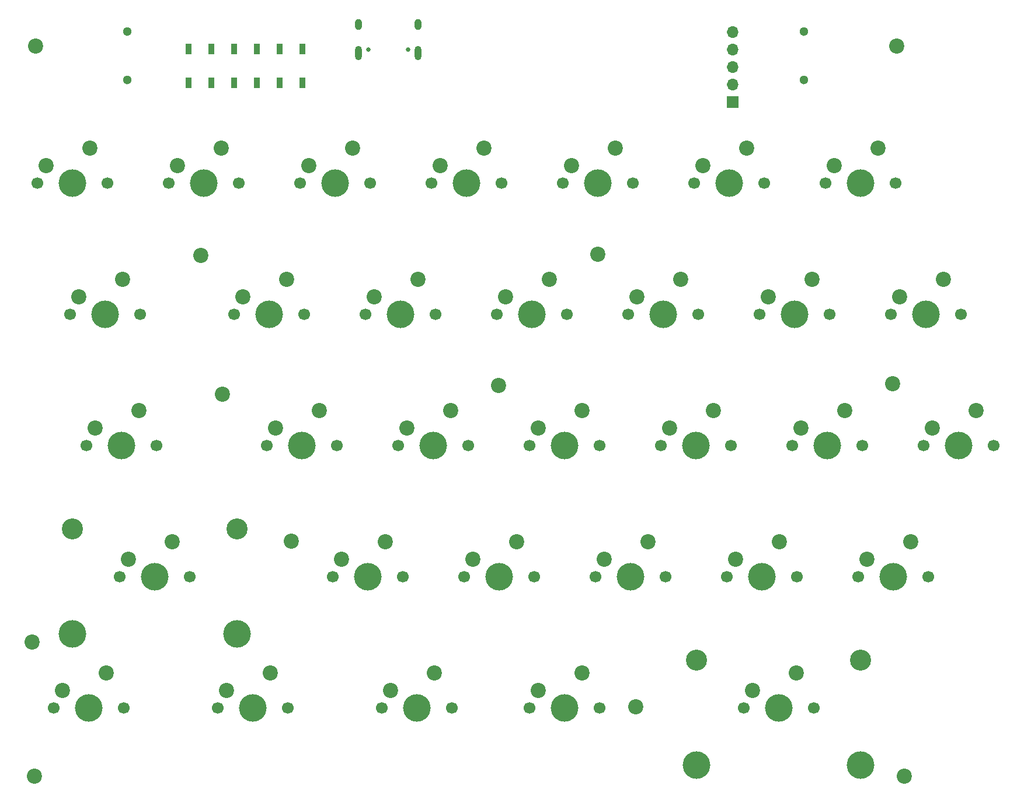
<source format=gbr>
%TF.GenerationSoftware,KiCad,Pcbnew,7.0.9*%
%TF.CreationDate,2024-01-14T19:33:28+01:00*%
%TF.ProjectId,left_pcb,6c656674-5f70-4636-922e-6b696361645f,rev?*%
%TF.SameCoordinates,Original*%
%TF.FileFunction,Soldermask,Top*%
%TF.FilePolarity,Negative*%
%FSLAX46Y46*%
G04 Gerber Fmt 4.6, Leading zero omitted, Abs format (unit mm)*
G04 Created by KiCad (PCBNEW 7.0.9) date 2024-01-14 19:33:28*
%MOMM*%
%LPD*%
G01*
G04 APERTURE LIST*
%ADD10C,1.700000*%
%ADD11C,4.000000*%
%ADD12C,2.200000*%
%ADD13R,1.700000X1.700000*%
%ADD14O,1.700000X1.700000*%
%ADD15C,3.050000*%
%ADD16R,0.900000X1.500000*%
%ADD17C,1.300000*%
%ADD18C,0.650000*%
%ADD19O,1.000000X1.600000*%
%ADD20O,1.000000X2.100000*%
G04 APERTURE END LIST*
D10*
%TO.C,SW12*%
X-10083100Y-62620000D03*
D11*
X-5003100Y-62620000D03*
D10*
X76900Y-62620000D03*
D12*
X-2463100Y-57540000D03*
X-8813100Y-60080000D03*
%TD*%
D13*
%TO.C,J2*%
X43137218Y-31770000D03*
D14*
X43137218Y-29230000D03*
X43137218Y-26690000D03*
X43137218Y-24150000D03*
X43137218Y-21610000D03*
%TD*%
D10*
%TO.C,SW20*%
X13729400Y-119770000D03*
D11*
X18809400Y-119770000D03*
D10*
X23889400Y-119770000D03*
D12*
X21349400Y-114690000D03*
X14999400Y-117230000D03*
%TD*%
D10*
%TO.C,SW31*%
X66116900Y-62620000D03*
D11*
X71196900Y-62620000D03*
D10*
X76276900Y-62620000D03*
D12*
X73736900Y-57540000D03*
X67386900Y-60080000D03*
%TD*%
D10*
%TO.C,SW27*%
X47066900Y-62620000D03*
D11*
X52146900Y-62620000D03*
D10*
X57226900Y-62620000D03*
D12*
X54686900Y-57540000D03*
X48336900Y-60080000D03*
%TD*%
%TO.C,REF\u002A\u002A*%
X68050000Y-129655600D03*
%TD*%
%TO.C,REF\u002A\u002A*%
X-33950000Y-54050000D03*
%TD*%
D15*
%TO.C,SW4*%
X-52547500Y-93720000D03*
D11*
X-52547500Y-108960000D03*
D10*
X-45727500Y-100720000D03*
D11*
X-40647500Y-100720000D03*
D10*
X-35567500Y-100720000D03*
D15*
X-28747500Y-93720000D03*
D11*
X-28747500Y-108960000D03*
D12*
X-38107500Y-95640000D03*
X-44457500Y-98180000D03*
%TD*%
D10*
%TO.C,SW7*%
X-29133100Y-62620000D03*
D11*
X-24053100Y-62620000D03*
D10*
X-18973100Y-62620000D03*
D12*
X-21513100Y-57540000D03*
X-27863100Y-60080000D03*
%TD*%
D16*
%TO.C,LED1*%
X-35740000Y-29000000D03*
X-32440000Y-29000000D03*
X-32440000Y-24100000D03*
X-35740000Y-24100000D03*
%TD*%
D10*
%TO.C,SW6*%
X-38658100Y-43570000D03*
D11*
X-33578100Y-43570000D03*
D10*
X-28498100Y-43570000D03*
D12*
X-31038100Y-38490000D03*
X-37388100Y-41030000D03*
%TD*%
D10*
%TO.C,SW26*%
X37541900Y-43570000D03*
D11*
X42621900Y-43570000D03*
D10*
X47701900Y-43570000D03*
D12*
X45161900Y-38490000D03*
X38811900Y-41030000D03*
%TD*%
%TO.C,REF\u002A\u002A*%
X-30800000Y-74200000D03*
%TD*%
D10*
%TO.C,SW29*%
X61354400Y-100720000D03*
D11*
X66434400Y-100720000D03*
D10*
X71514400Y-100720000D03*
D12*
X68974400Y-95640000D03*
X62624400Y-98180000D03*
%TD*%
D16*
%TO.C,LED2*%
X-29120000Y-29000000D03*
X-25820000Y-29000000D03*
X-25820000Y-24100000D03*
X-29120000Y-24100000D03*
%TD*%
D10*
%TO.C,SW2*%
X-52945100Y-62620000D03*
D11*
X-47865100Y-62620000D03*
D10*
X-42785100Y-62620000D03*
D12*
X-45325100Y-57540000D03*
X-51675100Y-60080000D03*
%TD*%
D10*
%TO.C,SW15*%
X-7702100Y-119770000D03*
D11*
X-2622100Y-119770000D03*
D10*
X2457900Y-119770000D03*
D12*
X-82100Y-114690000D03*
X-6432100Y-117230000D03*
%TD*%
D10*
%TO.C,SW17*%
X8966900Y-62620000D03*
D11*
X14046900Y-62620000D03*
D10*
X19126900Y-62620000D03*
D12*
X16586900Y-57540000D03*
X10236900Y-60080000D03*
%TD*%
%TO.C,REF\u002A\u002A*%
X29150000Y-119600000D03*
%TD*%
D10*
%TO.C,SW1*%
X-57708100Y-43570000D03*
D11*
X-52628100Y-43570000D03*
D10*
X-47548100Y-43570000D03*
D12*
X-50088100Y-38490000D03*
X-56438100Y-41030000D03*
%TD*%
D10*
%TO.C,SW11*%
X-19608100Y-43570000D03*
D11*
X-14528100Y-43570000D03*
D10*
X-9448100Y-43570000D03*
D12*
X-11988100Y-38490000D03*
X-18338100Y-41030000D03*
%TD*%
D10*
%TO.C,SW21*%
X18491900Y-43570000D03*
D11*
X23571900Y-43570000D03*
D10*
X28651900Y-43570000D03*
D12*
X26111900Y-38490000D03*
X19761900Y-41030000D03*
%TD*%
%TO.C,REF\u002A\u002A*%
X-20800000Y-95550000D03*
%TD*%
%TO.C,REF\u002A\u002A*%
X66999600Y-23655600D03*
%TD*%
%TO.C,REF\u002A\u002A*%
X-58450000Y-110155600D03*
%TD*%
D10*
%TO.C,SW13*%
X-5320600Y-81670000D03*
D11*
X-240600Y-81670000D03*
D10*
X4839400Y-81670000D03*
D12*
X2299400Y-76590000D03*
X-4050600Y-79130000D03*
%TD*%
%TO.C,REF\u002A\u002A*%
X66400000Y-72655600D03*
%TD*%
%TO.C,REF\u002A\u002A*%
X-57950400Y-23655600D03*
%TD*%
D10*
%TO.C,SW10*%
X-31514600Y-119770000D03*
D11*
X-26434600Y-119770000D03*
D10*
X-21354600Y-119770000D03*
D12*
X-23894600Y-114690000D03*
X-30244600Y-117230000D03*
%TD*%
D10*
%TO.C,SW19*%
X23254400Y-100720000D03*
D11*
X28334400Y-100720000D03*
D10*
X33414400Y-100720000D03*
D12*
X30874400Y-95640000D03*
X24524400Y-98180000D03*
%TD*%
D10*
%TO.C,SW18*%
X13729400Y-81670000D03*
D11*
X18809400Y-81670000D03*
D10*
X23889400Y-81670000D03*
D12*
X21349400Y-76590000D03*
X14999400Y-79130000D03*
%TD*%
D10*
%TO.C,SW30*%
X56591900Y-43570000D03*
D11*
X61671900Y-43570000D03*
D10*
X66751900Y-43570000D03*
D12*
X64211900Y-38490000D03*
X57861900Y-41030000D03*
%TD*%
D10*
%TO.C,SW9*%
X-14845600Y-100720000D03*
D11*
X-9765600Y-100720000D03*
D10*
X-4685600Y-100720000D03*
D12*
X-7225600Y-95640000D03*
X-13575600Y-98180000D03*
%TD*%
D10*
%TO.C,SW16*%
X-558100Y-43570000D03*
D11*
X4521900Y-43570000D03*
D10*
X9601900Y-43570000D03*
D12*
X7061900Y-38490000D03*
X711900Y-41030000D03*
%TD*%
D10*
%TO.C,SW22*%
X28016900Y-62620000D03*
D11*
X33096900Y-62620000D03*
D10*
X38176900Y-62620000D03*
D12*
X35636900Y-57540000D03*
X29286900Y-60080000D03*
%TD*%
D15*
%TO.C,SW25*%
X37940000Y-112770000D03*
D11*
X37940000Y-128010000D03*
D10*
X44760000Y-119770000D03*
D11*
X49840000Y-119770000D03*
D10*
X54920000Y-119770000D03*
D15*
X61740000Y-112770000D03*
D11*
X61740000Y-128010000D03*
D12*
X52380000Y-114690000D03*
X46030000Y-117230000D03*
%TD*%
D16*
%TO.C,LED3*%
X-22500000Y-29000000D03*
X-19200000Y-29000000D03*
X-19200000Y-24100000D03*
X-22500000Y-24100000D03*
%TD*%
D10*
%TO.C,SW28*%
X51829400Y-81670000D03*
D11*
X56909400Y-81670000D03*
D10*
X61989400Y-81670000D03*
D12*
X59449400Y-76590000D03*
X53099400Y-79130000D03*
%TD*%
D10*
%TO.C,SW23*%
X32779400Y-81670000D03*
D11*
X37859400Y-81670000D03*
D10*
X42939400Y-81670000D03*
D12*
X40399400Y-76590000D03*
X34049400Y-79130000D03*
%TD*%
%TO.C,REF\u002A\u002A*%
X-58050400Y-129655600D03*
%TD*%
D10*
%TO.C,SW8*%
X-24370600Y-81670000D03*
D11*
X-19290600Y-81670000D03*
D10*
X-14210600Y-81670000D03*
D12*
X-16750600Y-76590000D03*
X-23100600Y-79130000D03*
%TD*%
%TO.C,REF\u002A\u002A*%
X23600000Y-53850000D03*
%TD*%
D10*
%TO.C,SW24*%
X42304400Y-100720000D03*
D11*
X47384400Y-100720000D03*
D10*
X52464400Y-100720000D03*
D12*
X49924400Y-95640000D03*
X43574400Y-98180000D03*
%TD*%
D10*
%TO.C,SW32*%
X70879400Y-81670000D03*
D11*
X75959400Y-81670000D03*
D10*
X81039400Y-81670000D03*
D12*
X78499400Y-76590000D03*
X72149400Y-79130000D03*
%TD*%
D10*
%TO.C,SW14*%
X4204400Y-100720000D03*
D11*
X9284400Y-100720000D03*
D10*
X14364400Y-100720000D03*
D12*
X11824400Y-95640000D03*
X5474400Y-98180000D03*
%TD*%
D10*
%TO.C,SW5*%
X-55327100Y-119770000D03*
D11*
X-50247100Y-119770000D03*
D10*
X-45167100Y-119770000D03*
D12*
X-47707100Y-114690000D03*
X-54057100Y-117230000D03*
%TD*%
D10*
%TO.C,SW3*%
X-50564100Y-81670000D03*
D11*
X-45484100Y-81670000D03*
D10*
X-40404100Y-81670000D03*
D12*
X-42944100Y-76590000D03*
X-49294100Y-79130000D03*
%TD*%
%TO.C,REF\u002A\u002A*%
X9200000Y-72900000D03*
%TD*%
D17*
%TO.C,J3*%
X-44600000Y-28550000D03*
X-44600000Y-21550000D03*
%TD*%
%TO.C,J4*%
X53500000Y-28550000D03*
X53500000Y-21550000D03*
%TD*%
D18*
%TO.C,J1*%
X-9644032Y-24155450D03*
X-3864032Y-24155450D03*
D19*
X-11074032Y-20505450D03*
D20*
X-11074032Y-24685450D03*
D19*
X-2434032Y-20505450D03*
D20*
X-2434032Y-24685450D03*
%TD*%
M02*

</source>
